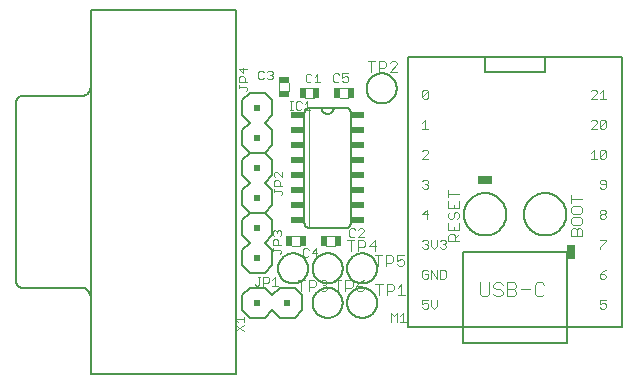
<source format=gto>
G75*
%MOIN*%
%OFA0B0*%
%FSLAX25Y25*%
%IPPOS*%
%LPD*%
%AMOC8*
5,1,8,0,0,1.08239X$1,22.5*
%
%ADD10C,0.00400*%
%ADD11R,0.01969X0.03740*%
%ADD12C,0.00300*%
%ADD13R,0.03740X0.01969*%
%ADD14C,0.00600*%
%ADD15C,0.00200*%
%ADD16R,0.04500X0.02000*%
%ADD17C,0.00500*%
%ADD18R,0.05000X0.02500*%
%ADD19R,0.02500X0.05000*%
%ADD20C,0.00800*%
%ADD21R,0.02000X0.02000*%
D10*
X0093231Y0045150D02*
X0096034Y0045150D01*
X0096034Y0048501D02*
X0093231Y0048501D01*
X0104731Y0048450D02*
X0107534Y0048450D01*
X0111608Y0047146D02*
X0114010Y0047146D01*
X0112809Y0047146D02*
X0112809Y0043543D01*
X0115291Y0043543D02*
X0115291Y0047146D01*
X0117093Y0047146D01*
X0117693Y0046546D01*
X0117693Y0045345D01*
X0117093Y0044744D01*
X0115291Y0044744D01*
X0118974Y0045345D02*
X0120776Y0047146D01*
X0120776Y0043543D01*
X0120880Y0042056D02*
X0123282Y0042056D01*
X0122081Y0042056D02*
X0122081Y0038453D01*
X0124563Y0038453D02*
X0124563Y0042056D01*
X0126364Y0042056D01*
X0126965Y0041455D01*
X0126965Y0040254D01*
X0126364Y0039654D01*
X0124563Y0039654D01*
X0128246Y0040254D02*
X0128246Y0042056D01*
X0130648Y0042056D01*
X0130047Y0040855D02*
X0129447Y0040855D01*
X0128246Y0040254D01*
X0128246Y0039053D02*
X0128846Y0038453D01*
X0130047Y0038453D01*
X0130648Y0039053D01*
X0130648Y0040254D01*
X0130047Y0040855D01*
X0121376Y0045345D02*
X0118974Y0045345D01*
X0107534Y0045099D02*
X0104731Y0045099D01*
X0104307Y0033950D02*
X0103106Y0033950D01*
X0102506Y0033349D01*
X0101225Y0033349D02*
X0101225Y0032148D01*
X0100624Y0031547D01*
X0098823Y0031547D01*
X0098823Y0030346D02*
X0098823Y0033950D01*
X0100624Y0033950D01*
X0101225Y0033349D01*
X0103707Y0032148D02*
X0104307Y0032148D01*
X0104908Y0031547D01*
X0104908Y0030947D01*
X0104307Y0030346D01*
X0103106Y0030346D01*
X0102506Y0030947D01*
X0104307Y0032148D02*
X0104908Y0032748D01*
X0104908Y0033349D01*
X0104307Y0033950D01*
X0107352Y0033745D02*
X0109754Y0033745D01*
X0108553Y0033745D02*
X0108553Y0030142D01*
X0111035Y0030142D02*
X0111035Y0033745D01*
X0112837Y0033745D01*
X0113437Y0033144D01*
X0113437Y0031943D01*
X0112837Y0031343D01*
X0111035Y0031343D01*
X0114718Y0031943D02*
X0115919Y0033144D01*
X0117120Y0033745D01*
X0116520Y0031943D02*
X0114718Y0031943D01*
X0114718Y0030742D01*
X0115319Y0030142D01*
X0116520Y0030142D01*
X0117120Y0030742D01*
X0117120Y0031343D01*
X0116520Y0031943D01*
X0121096Y0032532D02*
X0123498Y0032532D01*
X0122297Y0032532D02*
X0122297Y0028929D01*
X0124779Y0028929D02*
X0124779Y0032532D01*
X0126581Y0032532D01*
X0127181Y0031932D01*
X0127181Y0030731D01*
X0126581Y0030130D01*
X0124779Y0030130D01*
X0128462Y0028929D02*
X0130864Y0028929D01*
X0129663Y0028929D02*
X0129663Y0032532D01*
X0128462Y0031331D01*
X0155822Y0033104D02*
X0155822Y0029267D01*
X0156590Y0028500D01*
X0158124Y0028500D01*
X0158892Y0029267D01*
X0158892Y0033104D01*
X0160426Y0032337D02*
X0160426Y0031569D01*
X0161194Y0030802D01*
X0162728Y0030802D01*
X0163496Y0030035D01*
X0163496Y0029267D01*
X0162728Y0028500D01*
X0161194Y0028500D01*
X0160426Y0029267D01*
X0160426Y0032337D02*
X0161194Y0033104D01*
X0162728Y0033104D01*
X0163496Y0032337D01*
X0165030Y0033104D02*
X0167332Y0033104D01*
X0168100Y0032337D01*
X0168100Y0031569D01*
X0167332Y0030802D01*
X0165030Y0030802D01*
X0167332Y0030802D02*
X0168100Y0030035D01*
X0168100Y0029267D01*
X0167332Y0028500D01*
X0165030Y0028500D01*
X0165030Y0033104D01*
X0169634Y0030802D02*
X0172704Y0030802D01*
X0174238Y0032337D02*
X0174238Y0029267D01*
X0175005Y0028500D01*
X0176540Y0028500D01*
X0177307Y0029267D01*
X0177307Y0032337D02*
X0176540Y0033104D01*
X0175005Y0033104D01*
X0174238Y0032337D01*
X0097541Y0033950D02*
X0095139Y0033950D01*
X0096340Y0033950D02*
X0096340Y0030346D01*
X0097731Y0094650D02*
X0100534Y0094650D01*
X0100534Y0098001D02*
X0097731Y0098001D01*
X0092282Y0096898D02*
X0092282Y0099702D01*
X0088931Y0099702D02*
X0088931Y0096898D01*
X0109231Y0097950D02*
X0112034Y0097950D01*
X0112034Y0094599D02*
X0109231Y0094599D01*
X0119671Y0103339D02*
X0119671Y0106942D01*
X0118470Y0106942D02*
X0120872Y0106942D01*
X0122153Y0106942D02*
X0123955Y0106942D01*
X0124555Y0106341D01*
X0124555Y0105140D01*
X0123955Y0104540D01*
X0122153Y0104540D01*
X0122153Y0103339D02*
X0122153Y0106942D01*
X0125836Y0106341D02*
X0126437Y0106942D01*
X0127638Y0106942D01*
X0128238Y0106341D01*
X0128238Y0105741D01*
X0125836Y0103339D01*
X0128238Y0103339D01*
D11*
X0112948Y0096280D03*
X0108348Y0096280D03*
X0101417Y0096320D03*
X0096817Y0096320D03*
X0096917Y0046820D03*
X0092317Y0046820D03*
X0103848Y0046780D03*
X0108448Y0046780D03*
D12*
X0112345Y0048713D02*
X0112829Y0048230D01*
X0113797Y0048230D01*
X0114280Y0048713D01*
X0115292Y0048230D02*
X0117227Y0050165D01*
X0117227Y0050648D01*
X0116743Y0051132D01*
X0115776Y0051132D01*
X0115292Y0050648D01*
X0114280Y0050648D02*
X0113797Y0051132D01*
X0112829Y0051132D01*
X0112345Y0050648D01*
X0112345Y0048713D01*
X0115292Y0048230D02*
X0117227Y0048230D01*
X0101750Y0043027D02*
X0099815Y0043027D01*
X0101267Y0044478D01*
X0101267Y0041576D01*
X0098804Y0042060D02*
X0098320Y0041576D01*
X0097353Y0041576D01*
X0096869Y0042060D01*
X0096869Y0043995D01*
X0097353Y0044478D01*
X0098320Y0044478D01*
X0098804Y0043995D01*
X0089701Y0043547D02*
X0089217Y0044031D01*
X0086799Y0044031D01*
X0086799Y0043547D02*
X0086799Y0044515D01*
X0086799Y0045526D02*
X0086799Y0046977D01*
X0087282Y0047461D01*
X0088250Y0047461D01*
X0088734Y0046977D01*
X0088734Y0045526D01*
X0089701Y0045526D02*
X0086799Y0045526D01*
X0089701Y0043547D02*
X0089701Y0043063D01*
X0089217Y0042580D01*
X0089217Y0048473D02*
X0089701Y0048957D01*
X0089701Y0049924D01*
X0089217Y0050408D01*
X0088734Y0050408D01*
X0088250Y0049924D01*
X0088250Y0049440D01*
X0088250Y0049924D02*
X0087766Y0050408D01*
X0087282Y0050408D01*
X0086799Y0049924D01*
X0086799Y0048957D01*
X0087282Y0048473D01*
X0087674Y0034871D02*
X0087674Y0031969D01*
X0088641Y0031969D02*
X0086706Y0031969D01*
X0085694Y0033420D02*
X0085211Y0032936D01*
X0083760Y0032936D01*
X0083760Y0031969D02*
X0083760Y0034871D01*
X0085211Y0034871D01*
X0085694Y0034388D01*
X0085694Y0033420D01*
X0086706Y0033904D02*
X0087674Y0034871D01*
X0082748Y0034871D02*
X0081780Y0034871D01*
X0082264Y0034871D02*
X0082264Y0032453D01*
X0081780Y0031969D01*
X0081297Y0031969D01*
X0080813Y0032453D01*
X0077167Y0021702D02*
X0077167Y0019767D01*
X0077167Y0020734D02*
X0074265Y0020734D01*
X0075232Y0019767D01*
X0074265Y0018755D02*
X0077167Y0016820D01*
X0077167Y0018755D02*
X0074265Y0016820D01*
X0126336Y0019950D02*
X0126336Y0022852D01*
X0127303Y0021885D01*
X0128271Y0022852D01*
X0128271Y0019950D01*
X0129282Y0019950D02*
X0131217Y0019950D01*
X0130250Y0019950D02*
X0130250Y0022852D01*
X0129282Y0021885D01*
X0136732Y0024834D02*
X0137216Y0024350D01*
X0138184Y0024350D01*
X0138667Y0024834D01*
X0138667Y0025801D01*
X0138184Y0026285D01*
X0137700Y0026285D01*
X0136732Y0025801D01*
X0136732Y0027252D01*
X0138667Y0027252D01*
X0139679Y0027252D02*
X0139679Y0025317D01*
X0140646Y0024350D01*
X0141614Y0025317D01*
X0141614Y0027252D01*
X0141614Y0034350D02*
X0141614Y0037252D01*
X0142625Y0037252D02*
X0144077Y0037252D01*
X0144560Y0036769D01*
X0144560Y0034834D01*
X0144077Y0034350D01*
X0142625Y0034350D01*
X0142625Y0037252D01*
X0139679Y0037252D02*
X0139679Y0034350D01*
X0138667Y0034834D02*
X0138667Y0035801D01*
X0137700Y0035801D01*
X0138667Y0034834D02*
X0138184Y0034350D01*
X0137216Y0034350D01*
X0136732Y0034834D01*
X0136732Y0036769D01*
X0137216Y0037252D01*
X0138184Y0037252D01*
X0138667Y0036769D01*
X0139679Y0037252D02*
X0141614Y0034350D01*
X0140646Y0044350D02*
X0139679Y0045317D01*
X0139679Y0047252D01*
X0138667Y0046769D02*
X0138184Y0047252D01*
X0137216Y0047252D01*
X0136732Y0046769D01*
X0137700Y0045801D02*
X0138184Y0045801D01*
X0138667Y0045317D01*
X0138667Y0044834D01*
X0138184Y0044350D01*
X0137216Y0044350D01*
X0136732Y0044834D01*
X0138184Y0045801D02*
X0138667Y0046285D01*
X0138667Y0046769D01*
X0141614Y0047252D02*
X0141614Y0045317D01*
X0140646Y0044350D01*
X0142625Y0044834D02*
X0143109Y0044350D01*
X0144077Y0044350D01*
X0144560Y0044834D01*
X0144560Y0045317D01*
X0144077Y0045801D01*
X0143593Y0045801D01*
X0144077Y0045801D02*
X0144560Y0046285D01*
X0144560Y0046769D01*
X0144077Y0047252D01*
X0143109Y0047252D01*
X0142625Y0046769D01*
X0145279Y0046742D02*
X0145279Y0048594D01*
X0145896Y0049211D01*
X0147131Y0049211D01*
X0147748Y0048594D01*
X0147748Y0046742D01*
X0148982Y0046742D02*
X0145279Y0046742D01*
X0147748Y0047977D02*
X0148982Y0049211D01*
X0148982Y0050425D02*
X0148982Y0052894D01*
X0148365Y0054108D02*
X0148982Y0054726D01*
X0148982Y0055960D01*
X0148365Y0056577D01*
X0147748Y0056577D01*
X0147131Y0055960D01*
X0147131Y0054726D01*
X0146514Y0054108D01*
X0145896Y0054108D01*
X0145279Y0054726D01*
X0145279Y0055960D01*
X0145896Y0056577D01*
X0145279Y0057792D02*
X0148982Y0057792D01*
X0148982Y0060260D01*
X0147131Y0059026D02*
X0147131Y0057792D01*
X0145279Y0057792D02*
X0145279Y0060260D01*
X0145279Y0061475D02*
X0145279Y0063943D01*
X0145279Y0062709D02*
X0148982Y0062709D01*
X0138667Y0064834D02*
X0138184Y0064350D01*
X0137216Y0064350D01*
X0136732Y0064834D01*
X0137700Y0065801D02*
X0138184Y0065801D01*
X0138667Y0065317D01*
X0138667Y0064834D01*
X0138184Y0065801D02*
X0138667Y0066285D01*
X0138667Y0066769D01*
X0138184Y0067252D01*
X0137216Y0067252D01*
X0136732Y0066769D01*
X0136732Y0074350D02*
X0138667Y0076285D01*
X0138667Y0076769D01*
X0138184Y0077252D01*
X0137216Y0077252D01*
X0136732Y0076769D01*
X0136732Y0074350D02*
X0138667Y0074350D01*
X0138667Y0084350D02*
X0136732Y0084350D01*
X0137700Y0084350D02*
X0137700Y0087252D01*
X0136732Y0086285D01*
X0137216Y0094350D02*
X0136732Y0094834D01*
X0138667Y0096769D01*
X0138667Y0094834D01*
X0138184Y0094350D01*
X0137216Y0094350D01*
X0136732Y0094834D02*
X0136732Y0096769D01*
X0137216Y0097252D01*
X0138184Y0097252D01*
X0138667Y0096769D01*
X0111939Y0100363D02*
X0111456Y0099879D01*
X0110488Y0099879D01*
X0110004Y0100363D01*
X0110004Y0101330D02*
X0110972Y0101814D01*
X0111456Y0101814D01*
X0111939Y0101330D01*
X0111939Y0100363D01*
X0110004Y0101330D02*
X0110004Y0102782D01*
X0111939Y0102782D01*
X0108993Y0102298D02*
X0108509Y0102782D01*
X0107542Y0102782D01*
X0107058Y0102298D01*
X0107058Y0100363D01*
X0107542Y0099879D01*
X0108509Y0099879D01*
X0108993Y0100363D01*
X0102707Y0099737D02*
X0100772Y0099737D01*
X0101740Y0099737D02*
X0101740Y0102640D01*
X0100772Y0101672D01*
X0099761Y0102156D02*
X0099277Y0102640D01*
X0098309Y0102640D01*
X0097826Y0102156D01*
X0097826Y0100221D01*
X0098309Y0099737D01*
X0099277Y0099737D01*
X0099761Y0100221D01*
X0098436Y0093490D02*
X0097469Y0092523D01*
X0096457Y0093007D02*
X0095973Y0093490D01*
X0095006Y0093490D01*
X0094522Y0093007D01*
X0094522Y0091072D01*
X0095006Y0090588D01*
X0095973Y0090588D01*
X0096457Y0091072D01*
X0097469Y0090588D02*
X0099404Y0090588D01*
X0098436Y0090588D02*
X0098436Y0093490D01*
X0093525Y0093490D02*
X0092558Y0093490D01*
X0093042Y0093490D02*
X0093042Y0090588D01*
X0093525Y0090588D02*
X0092558Y0090588D01*
X0078432Y0097319D02*
X0078432Y0097803D01*
X0077948Y0098286D01*
X0075529Y0098286D01*
X0075529Y0097803D02*
X0075529Y0098770D01*
X0075529Y0099782D02*
X0075529Y0101233D01*
X0076013Y0101717D01*
X0076981Y0101717D01*
X0077464Y0101233D01*
X0077464Y0099782D01*
X0078432Y0099782D02*
X0075529Y0099782D01*
X0078432Y0097319D02*
X0077948Y0096835D01*
X0081971Y0101245D02*
X0082455Y0100761D01*
X0083422Y0100761D01*
X0083906Y0101245D01*
X0084918Y0101245D02*
X0085402Y0100761D01*
X0086369Y0100761D01*
X0086853Y0101245D01*
X0086853Y0101729D01*
X0086369Y0102212D01*
X0085885Y0102212D01*
X0086369Y0102212D02*
X0086853Y0102696D01*
X0086853Y0103180D01*
X0086369Y0103663D01*
X0085402Y0103663D01*
X0084918Y0103180D01*
X0083906Y0103180D02*
X0083422Y0103663D01*
X0082455Y0103663D01*
X0081971Y0103180D01*
X0081971Y0101245D01*
X0076981Y0102728D02*
X0076981Y0104663D01*
X0078432Y0104179D02*
X0075529Y0104179D01*
X0076981Y0102728D01*
X0087676Y0070014D02*
X0087192Y0069530D01*
X0087192Y0068563D01*
X0087676Y0068079D01*
X0087676Y0067068D02*
X0088644Y0067068D01*
X0089127Y0066584D01*
X0089127Y0065133D01*
X0090095Y0065133D02*
X0087192Y0065133D01*
X0087192Y0066584D01*
X0087676Y0067068D01*
X0090095Y0068079D02*
X0088160Y0070014D01*
X0087676Y0070014D01*
X0090095Y0070014D02*
X0090095Y0068079D01*
X0089611Y0063637D02*
X0087192Y0063637D01*
X0087192Y0063154D02*
X0087192Y0064121D01*
X0089611Y0063637D02*
X0090095Y0063154D01*
X0090095Y0062670D01*
X0089611Y0062186D01*
X0136732Y0055801D02*
X0138667Y0055801D01*
X0138184Y0054350D02*
X0138184Y0057252D01*
X0136732Y0055801D01*
X0145279Y0052894D02*
X0145279Y0050425D01*
X0148982Y0050425D01*
X0147131Y0050425D02*
X0147131Y0051660D01*
X0186279Y0052884D02*
X0186896Y0052267D01*
X0189365Y0052267D01*
X0189982Y0052884D01*
X0189982Y0054118D01*
X0189365Y0054736D01*
X0186896Y0054736D01*
X0186279Y0054118D01*
X0186279Y0052884D01*
X0186896Y0051052D02*
X0187514Y0051052D01*
X0188131Y0050435D01*
X0188131Y0048584D01*
X0188131Y0050435D02*
X0188748Y0051052D01*
X0189365Y0051052D01*
X0189982Y0050435D01*
X0189982Y0048584D01*
X0186279Y0048584D01*
X0186279Y0050435D01*
X0186896Y0051052D01*
X0186896Y0055950D02*
X0186279Y0056567D01*
X0186279Y0057802D01*
X0186896Y0058419D01*
X0189365Y0058419D01*
X0189982Y0057802D01*
X0189982Y0056567D01*
X0189365Y0055950D01*
X0186896Y0055950D01*
X0186279Y0059633D02*
X0186279Y0062102D01*
X0186279Y0060868D02*
X0189982Y0060868D01*
X0195886Y0064834D02*
X0196370Y0064350D01*
X0197337Y0064350D01*
X0197821Y0064834D01*
X0197821Y0066769D01*
X0197337Y0067252D01*
X0196370Y0067252D01*
X0195886Y0066769D01*
X0195886Y0066285D01*
X0196370Y0065801D01*
X0197821Y0065801D01*
X0197337Y0057252D02*
X0197821Y0056769D01*
X0197821Y0056285D01*
X0197337Y0055801D01*
X0196370Y0055801D01*
X0195886Y0056285D01*
X0195886Y0056769D01*
X0196370Y0057252D01*
X0197337Y0057252D01*
X0197337Y0055801D02*
X0197821Y0055317D01*
X0197821Y0054834D01*
X0197337Y0054350D01*
X0196370Y0054350D01*
X0195886Y0054834D01*
X0195886Y0055317D01*
X0196370Y0055801D01*
X0195886Y0047252D02*
X0197821Y0047252D01*
X0197821Y0046769D01*
X0195886Y0044834D01*
X0195886Y0044350D01*
X0197821Y0037252D02*
X0196853Y0036769D01*
X0195886Y0035801D01*
X0197337Y0035801D01*
X0197821Y0035317D01*
X0197821Y0034834D01*
X0197337Y0034350D01*
X0196370Y0034350D01*
X0195886Y0034834D01*
X0195886Y0035801D01*
X0195886Y0027252D02*
X0195886Y0025801D01*
X0196853Y0026285D01*
X0197337Y0026285D01*
X0197821Y0025801D01*
X0197821Y0024834D01*
X0197337Y0024350D01*
X0196370Y0024350D01*
X0195886Y0024834D01*
X0195886Y0027252D02*
X0197821Y0027252D01*
X0197337Y0074350D02*
X0196370Y0074350D01*
X0195886Y0074834D01*
X0197821Y0076769D01*
X0197821Y0074834D01*
X0197337Y0074350D01*
X0195886Y0074834D02*
X0195886Y0076769D01*
X0196370Y0077252D01*
X0197337Y0077252D01*
X0197821Y0076769D01*
X0194874Y0074350D02*
X0192939Y0074350D01*
X0193907Y0074350D02*
X0193907Y0077252D01*
X0192939Y0076285D01*
X0192939Y0084350D02*
X0194874Y0086285D01*
X0194874Y0086769D01*
X0194390Y0087252D01*
X0193423Y0087252D01*
X0192939Y0086769D01*
X0192939Y0084350D02*
X0194874Y0084350D01*
X0195886Y0084834D02*
X0197821Y0086769D01*
X0197821Y0084834D01*
X0197337Y0084350D01*
X0196370Y0084350D01*
X0195886Y0084834D01*
X0195886Y0086769D01*
X0196370Y0087252D01*
X0197337Y0087252D01*
X0197821Y0086769D01*
X0197821Y0094350D02*
X0195886Y0094350D01*
X0196853Y0094350D02*
X0196853Y0097252D01*
X0195886Y0096285D01*
X0194874Y0096285D02*
X0194874Y0096769D01*
X0194390Y0097252D01*
X0193423Y0097252D01*
X0192939Y0096769D01*
X0194874Y0096285D02*
X0192939Y0094350D01*
X0194874Y0094350D01*
D13*
X0090612Y0095984D03*
X0090612Y0100584D03*
D14*
X0098932Y0091300D02*
X0103132Y0091300D01*
X0107132Y0091300D01*
X0111332Y0091300D01*
X0111408Y0091298D01*
X0111484Y0091292D01*
X0111559Y0091283D01*
X0111634Y0091269D01*
X0111708Y0091252D01*
X0111781Y0091231D01*
X0111853Y0091207D01*
X0111924Y0091178D01*
X0111993Y0091147D01*
X0112060Y0091112D01*
X0112125Y0091073D01*
X0112189Y0091031D01*
X0112250Y0090986D01*
X0112309Y0090938D01*
X0112365Y0090887D01*
X0112419Y0090833D01*
X0112470Y0090777D01*
X0112518Y0090718D01*
X0112563Y0090657D01*
X0112605Y0090593D01*
X0112644Y0090528D01*
X0112679Y0090461D01*
X0112710Y0090392D01*
X0112739Y0090321D01*
X0112763Y0090249D01*
X0112784Y0090176D01*
X0112801Y0090102D01*
X0112815Y0090027D01*
X0112824Y0089952D01*
X0112830Y0089876D01*
X0112832Y0089800D01*
X0112832Y0052800D01*
X0112830Y0052724D01*
X0112824Y0052648D01*
X0112815Y0052573D01*
X0112801Y0052498D01*
X0112784Y0052424D01*
X0112763Y0052351D01*
X0112739Y0052279D01*
X0112710Y0052208D01*
X0112679Y0052139D01*
X0112644Y0052072D01*
X0112605Y0052007D01*
X0112563Y0051943D01*
X0112518Y0051882D01*
X0112470Y0051823D01*
X0112419Y0051767D01*
X0112365Y0051713D01*
X0112309Y0051662D01*
X0112250Y0051614D01*
X0112189Y0051569D01*
X0112125Y0051527D01*
X0112060Y0051488D01*
X0111993Y0051453D01*
X0111924Y0051422D01*
X0111853Y0051393D01*
X0111781Y0051369D01*
X0111708Y0051348D01*
X0111634Y0051331D01*
X0111559Y0051317D01*
X0111484Y0051308D01*
X0111408Y0051302D01*
X0111332Y0051300D01*
X0098932Y0051300D01*
X0098856Y0051302D01*
X0098780Y0051308D01*
X0098705Y0051317D01*
X0098630Y0051331D01*
X0098556Y0051348D01*
X0098483Y0051369D01*
X0098411Y0051393D01*
X0098340Y0051422D01*
X0098271Y0051453D01*
X0098204Y0051488D01*
X0098139Y0051527D01*
X0098075Y0051569D01*
X0098014Y0051614D01*
X0097955Y0051662D01*
X0097899Y0051713D01*
X0097845Y0051767D01*
X0097794Y0051823D01*
X0097746Y0051882D01*
X0097701Y0051943D01*
X0097659Y0052007D01*
X0097620Y0052072D01*
X0097585Y0052139D01*
X0097554Y0052208D01*
X0097525Y0052279D01*
X0097501Y0052351D01*
X0097480Y0052424D01*
X0097463Y0052498D01*
X0097449Y0052573D01*
X0097440Y0052648D01*
X0097434Y0052724D01*
X0097432Y0052800D01*
X0097432Y0089800D01*
X0097434Y0089876D01*
X0097440Y0089952D01*
X0097449Y0090027D01*
X0097463Y0090102D01*
X0097480Y0090176D01*
X0097501Y0090249D01*
X0097525Y0090321D01*
X0097554Y0090392D01*
X0097585Y0090461D01*
X0097620Y0090528D01*
X0097659Y0090593D01*
X0097701Y0090657D01*
X0097746Y0090718D01*
X0097794Y0090777D01*
X0097845Y0090833D01*
X0097899Y0090887D01*
X0097955Y0090938D01*
X0098014Y0090986D01*
X0098075Y0091031D01*
X0098139Y0091073D01*
X0098204Y0091112D01*
X0098271Y0091147D01*
X0098340Y0091178D01*
X0098411Y0091207D01*
X0098483Y0091231D01*
X0098556Y0091252D01*
X0098630Y0091269D01*
X0098705Y0091283D01*
X0098780Y0091292D01*
X0098856Y0091298D01*
X0098932Y0091300D01*
X0103132Y0091300D02*
X0103134Y0091212D01*
X0103140Y0091123D01*
X0103150Y0091035D01*
X0103163Y0090948D01*
X0103181Y0090861D01*
X0103202Y0090775D01*
X0103227Y0090690D01*
X0103256Y0090607D01*
X0103289Y0090524D01*
X0103325Y0090444D01*
X0103364Y0090365D01*
X0103407Y0090287D01*
X0103454Y0090212D01*
X0103504Y0090139D01*
X0103557Y0090068D01*
X0103613Y0089999D01*
X0103672Y0089933D01*
X0103734Y0089870D01*
X0103798Y0089810D01*
X0103865Y0089752D01*
X0103935Y0089698D01*
X0104007Y0089646D01*
X0104081Y0089598D01*
X0104158Y0089553D01*
X0104236Y0089512D01*
X0104316Y0089474D01*
X0104397Y0089440D01*
X0104480Y0089409D01*
X0104565Y0089382D01*
X0104650Y0089359D01*
X0104736Y0089340D01*
X0104824Y0089324D01*
X0104911Y0089312D01*
X0104999Y0089304D01*
X0105088Y0089300D01*
X0105176Y0089300D01*
X0105265Y0089304D01*
X0105353Y0089312D01*
X0105440Y0089324D01*
X0105528Y0089340D01*
X0105614Y0089359D01*
X0105699Y0089382D01*
X0105784Y0089409D01*
X0105867Y0089440D01*
X0105948Y0089474D01*
X0106028Y0089512D01*
X0106106Y0089553D01*
X0106183Y0089598D01*
X0106257Y0089646D01*
X0106329Y0089698D01*
X0106399Y0089752D01*
X0106466Y0089810D01*
X0106530Y0089870D01*
X0106592Y0089933D01*
X0106651Y0089999D01*
X0106707Y0090068D01*
X0106760Y0090139D01*
X0106810Y0090212D01*
X0106857Y0090287D01*
X0106900Y0090365D01*
X0106939Y0090444D01*
X0106975Y0090524D01*
X0107008Y0090607D01*
X0107037Y0090690D01*
X0107062Y0090775D01*
X0107083Y0090861D01*
X0107101Y0090948D01*
X0107114Y0091035D01*
X0107124Y0091123D01*
X0107130Y0091212D01*
X0107132Y0091300D01*
D15*
X0098832Y0091300D02*
X0098832Y0051300D01*
D16*
X0095182Y0053800D03*
X0095182Y0058800D03*
X0095182Y0063800D03*
X0095182Y0068800D03*
X0095182Y0073800D03*
X0095282Y0078800D03*
X0095182Y0083800D03*
X0095182Y0088800D03*
X0115082Y0088800D03*
X0115082Y0083800D03*
X0115082Y0078800D03*
X0115082Y0073800D03*
X0115082Y0068800D03*
X0115082Y0063800D03*
X0115082Y0058800D03*
X0115082Y0053800D03*
D17*
X0111632Y0037800D02*
X0111634Y0037941D01*
X0111640Y0038082D01*
X0111650Y0038222D01*
X0111664Y0038362D01*
X0111682Y0038502D01*
X0111703Y0038641D01*
X0111729Y0038780D01*
X0111758Y0038918D01*
X0111792Y0039054D01*
X0111829Y0039190D01*
X0111870Y0039325D01*
X0111915Y0039459D01*
X0111964Y0039591D01*
X0112016Y0039722D01*
X0112072Y0039851D01*
X0112132Y0039978D01*
X0112195Y0040104D01*
X0112261Y0040228D01*
X0112332Y0040351D01*
X0112405Y0040471D01*
X0112482Y0040589D01*
X0112562Y0040705D01*
X0112646Y0040818D01*
X0112732Y0040929D01*
X0112822Y0041038D01*
X0112915Y0041144D01*
X0113010Y0041247D01*
X0113109Y0041348D01*
X0113210Y0041446D01*
X0113314Y0041541D01*
X0113421Y0041633D01*
X0113530Y0041722D01*
X0113642Y0041807D01*
X0113756Y0041890D01*
X0113872Y0041970D01*
X0113991Y0042046D01*
X0114112Y0042118D01*
X0114234Y0042188D01*
X0114359Y0042253D01*
X0114485Y0042316D01*
X0114613Y0042374D01*
X0114743Y0042429D01*
X0114874Y0042481D01*
X0115007Y0042528D01*
X0115141Y0042572D01*
X0115276Y0042613D01*
X0115412Y0042649D01*
X0115549Y0042681D01*
X0115687Y0042710D01*
X0115825Y0042735D01*
X0115965Y0042755D01*
X0116105Y0042772D01*
X0116245Y0042785D01*
X0116386Y0042794D01*
X0116526Y0042799D01*
X0116667Y0042800D01*
X0116808Y0042797D01*
X0116949Y0042790D01*
X0117089Y0042779D01*
X0117229Y0042764D01*
X0117369Y0042745D01*
X0117508Y0042723D01*
X0117646Y0042696D01*
X0117784Y0042666D01*
X0117920Y0042631D01*
X0118056Y0042593D01*
X0118190Y0042551D01*
X0118324Y0042505D01*
X0118456Y0042456D01*
X0118586Y0042402D01*
X0118715Y0042345D01*
X0118842Y0042285D01*
X0118968Y0042221D01*
X0119091Y0042153D01*
X0119213Y0042082D01*
X0119333Y0042008D01*
X0119450Y0041930D01*
X0119565Y0041849D01*
X0119678Y0041765D01*
X0119789Y0041678D01*
X0119897Y0041587D01*
X0120002Y0041494D01*
X0120105Y0041397D01*
X0120205Y0041298D01*
X0120302Y0041196D01*
X0120396Y0041091D01*
X0120487Y0040984D01*
X0120575Y0040874D01*
X0120660Y0040762D01*
X0120742Y0040647D01*
X0120821Y0040530D01*
X0120896Y0040411D01*
X0120968Y0040290D01*
X0121036Y0040167D01*
X0121101Y0040042D01*
X0121163Y0039915D01*
X0121220Y0039786D01*
X0121275Y0039656D01*
X0121325Y0039525D01*
X0121372Y0039392D01*
X0121415Y0039258D01*
X0121454Y0039122D01*
X0121489Y0038986D01*
X0121521Y0038849D01*
X0121548Y0038711D01*
X0121572Y0038572D01*
X0121592Y0038432D01*
X0121608Y0038292D01*
X0121620Y0038152D01*
X0121628Y0038011D01*
X0121632Y0037870D01*
X0121632Y0037730D01*
X0121628Y0037589D01*
X0121620Y0037448D01*
X0121608Y0037308D01*
X0121592Y0037168D01*
X0121572Y0037028D01*
X0121548Y0036889D01*
X0121521Y0036751D01*
X0121489Y0036614D01*
X0121454Y0036478D01*
X0121415Y0036342D01*
X0121372Y0036208D01*
X0121325Y0036075D01*
X0121275Y0035944D01*
X0121220Y0035814D01*
X0121163Y0035685D01*
X0121101Y0035558D01*
X0121036Y0035433D01*
X0120968Y0035310D01*
X0120896Y0035189D01*
X0120821Y0035070D01*
X0120742Y0034953D01*
X0120660Y0034838D01*
X0120575Y0034726D01*
X0120487Y0034616D01*
X0120396Y0034509D01*
X0120302Y0034404D01*
X0120205Y0034302D01*
X0120105Y0034203D01*
X0120002Y0034106D01*
X0119897Y0034013D01*
X0119789Y0033922D01*
X0119678Y0033835D01*
X0119565Y0033751D01*
X0119450Y0033670D01*
X0119333Y0033592D01*
X0119213Y0033518D01*
X0119091Y0033447D01*
X0118968Y0033379D01*
X0118842Y0033315D01*
X0118715Y0033255D01*
X0118586Y0033198D01*
X0118456Y0033144D01*
X0118324Y0033095D01*
X0118190Y0033049D01*
X0118056Y0033007D01*
X0117920Y0032969D01*
X0117784Y0032934D01*
X0117646Y0032904D01*
X0117508Y0032877D01*
X0117369Y0032855D01*
X0117229Y0032836D01*
X0117089Y0032821D01*
X0116949Y0032810D01*
X0116808Y0032803D01*
X0116667Y0032800D01*
X0116526Y0032801D01*
X0116386Y0032806D01*
X0116245Y0032815D01*
X0116105Y0032828D01*
X0115965Y0032845D01*
X0115825Y0032865D01*
X0115687Y0032890D01*
X0115549Y0032919D01*
X0115412Y0032951D01*
X0115276Y0032987D01*
X0115141Y0033028D01*
X0115007Y0033072D01*
X0114874Y0033119D01*
X0114743Y0033171D01*
X0114613Y0033226D01*
X0114485Y0033284D01*
X0114359Y0033347D01*
X0114234Y0033412D01*
X0114112Y0033482D01*
X0113991Y0033554D01*
X0113872Y0033630D01*
X0113756Y0033710D01*
X0113642Y0033793D01*
X0113530Y0033878D01*
X0113421Y0033967D01*
X0113314Y0034059D01*
X0113210Y0034154D01*
X0113109Y0034252D01*
X0113010Y0034353D01*
X0112915Y0034456D01*
X0112822Y0034562D01*
X0112732Y0034671D01*
X0112646Y0034782D01*
X0112562Y0034895D01*
X0112482Y0035011D01*
X0112405Y0035129D01*
X0112332Y0035249D01*
X0112261Y0035372D01*
X0112195Y0035496D01*
X0112132Y0035622D01*
X0112072Y0035749D01*
X0112016Y0035878D01*
X0111964Y0036009D01*
X0111915Y0036141D01*
X0111870Y0036275D01*
X0111829Y0036410D01*
X0111792Y0036546D01*
X0111758Y0036682D01*
X0111729Y0036820D01*
X0111703Y0036959D01*
X0111682Y0037098D01*
X0111664Y0037238D01*
X0111650Y0037378D01*
X0111640Y0037518D01*
X0111634Y0037659D01*
X0111632Y0037800D01*
X0100132Y0037800D02*
X0100134Y0037941D01*
X0100140Y0038082D01*
X0100150Y0038222D01*
X0100164Y0038362D01*
X0100182Y0038502D01*
X0100203Y0038641D01*
X0100229Y0038780D01*
X0100258Y0038918D01*
X0100292Y0039054D01*
X0100329Y0039190D01*
X0100370Y0039325D01*
X0100415Y0039459D01*
X0100464Y0039591D01*
X0100516Y0039722D01*
X0100572Y0039851D01*
X0100632Y0039978D01*
X0100695Y0040104D01*
X0100761Y0040228D01*
X0100832Y0040351D01*
X0100905Y0040471D01*
X0100982Y0040589D01*
X0101062Y0040705D01*
X0101146Y0040818D01*
X0101232Y0040929D01*
X0101322Y0041038D01*
X0101415Y0041144D01*
X0101510Y0041247D01*
X0101609Y0041348D01*
X0101710Y0041446D01*
X0101814Y0041541D01*
X0101921Y0041633D01*
X0102030Y0041722D01*
X0102142Y0041807D01*
X0102256Y0041890D01*
X0102372Y0041970D01*
X0102491Y0042046D01*
X0102612Y0042118D01*
X0102734Y0042188D01*
X0102859Y0042253D01*
X0102985Y0042316D01*
X0103113Y0042374D01*
X0103243Y0042429D01*
X0103374Y0042481D01*
X0103507Y0042528D01*
X0103641Y0042572D01*
X0103776Y0042613D01*
X0103912Y0042649D01*
X0104049Y0042681D01*
X0104187Y0042710D01*
X0104325Y0042735D01*
X0104465Y0042755D01*
X0104605Y0042772D01*
X0104745Y0042785D01*
X0104886Y0042794D01*
X0105026Y0042799D01*
X0105167Y0042800D01*
X0105308Y0042797D01*
X0105449Y0042790D01*
X0105589Y0042779D01*
X0105729Y0042764D01*
X0105869Y0042745D01*
X0106008Y0042723D01*
X0106146Y0042696D01*
X0106284Y0042666D01*
X0106420Y0042631D01*
X0106556Y0042593D01*
X0106690Y0042551D01*
X0106824Y0042505D01*
X0106956Y0042456D01*
X0107086Y0042402D01*
X0107215Y0042345D01*
X0107342Y0042285D01*
X0107468Y0042221D01*
X0107591Y0042153D01*
X0107713Y0042082D01*
X0107833Y0042008D01*
X0107950Y0041930D01*
X0108065Y0041849D01*
X0108178Y0041765D01*
X0108289Y0041678D01*
X0108397Y0041587D01*
X0108502Y0041494D01*
X0108605Y0041397D01*
X0108705Y0041298D01*
X0108802Y0041196D01*
X0108896Y0041091D01*
X0108987Y0040984D01*
X0109075Y0040874D01*
X0109160Y0040762D01*
X0109242Y0040647D01*
X0109321Y0040530D01*
X0109396Y0040411D01*
X0109468Y0040290D01*
X0109536Y0040167D01*
X0109601Y0040042D01*
X0109663Y0039915D01*
X0109720Y0039786D01*
X0109775Y0039656D01*
X0109825Y0039525D01*
X0109872Y0039392D01*
X0109915Y0039258D01*
X0109954Y0039122D01*
X0109989Y0038986D01*
X0110021Y0038849D01*
X0110048Y0038711D01*
X0110072Y0038572D01*
X0110092Y0038432D01*
X0110108Y0038292D01*
X0110120Y0038152D01*
X0110128Y0038011D01*
X0110132Y0037870D01*
X0110132Y0037730D01*
X0110128Y0037589D01*
X0110120Y0037448D01*
X0110108Y0037308D01*
X0110092Y0037168D01*
X0110072Y0037028D01*
X0110048Y0036889D01*
X0110021Y0036751D01*
X0109989Y0036614D01*
X0109954Y0036478D01*
X0109915Y0036342D01*
X0109872Y0036208D01*
X0109825Y0036075D01*
X0109775Y0035944D01*
X0109720Y0035814D01*
X0109663Y0035685D01*
X0109601Y0035558D01*
X0109536Y0035433D01*
X0109468Y0035310D01*
X0109396Y0035189D01*
X0109321Y0035070D01*
X0109242Y0034953D01*
X0109160Y0034838D01*
X0109075Y0034726D01*
X0108987Y0034616D01*
X0108896Y0034509D01*
X0108802Y0034404D01*
X0108705Y0034302D01*
X0108605Y0034203D01*
X0108502Y0034106D01*
X0108397Y0034013D01*
X0108289Y0033922D01*
X0108178Y0033835D01*
X0108065Y0033751D01*
X0107950Y0033670D01*
X0107833Y0033592D01*
X0107713Y0033518D01*
X0107591Y0033447D01*
X0107468Y0033379D01*
X0107342Y0033315D01*
X0107215Y0033255D01*
X0107086Y0033198D01*
X0106956Y0033144D01*
X0106824Y0033095D01*
X0106690Y0033049D01*
X0106556Y0033007D01*
X0106420Y0032969D01*
X0106284Y0032934D01*
X0106146Y0032904D01*
X0106008Y0032877D01*
X0105869Y0032855D01*
X0105729Y0032836D01*
X0105589Y0032821D01*
X0105449Y0032810D01*
X0105308Y0032803D01*
X0105167Y0032800D01*
X0105026Y0032801D01*
X0104886Y0032806D01*
X0104745Y0032815D01*
X0104605Y0032828D01*
X0104465Y0032845D01*
X0104325Y0032865D01*
X0104187Y0032890D01*
X0104049Y0032919D01*
X0103912Y0032951D01*
X0103776Y0032987D01*
X0103641Y0033028D01*
X0103507Y0033072D01*
X0103374Y0033119D01*
X0103243Y0033171D01*
X0103113Y0033226D01*
X0102985Y0033284D01*
X0102859Y0033347D01*
X0102734Y0033412D01*
X0102612Y0033482D01*
X0102491Y0033554D01*
X0102372Y0033630D01*
X0102256Y0033710D01*
X0102142Y0033793D01*
X0102030Y0033878D01*
X0101921Y0033967D01*
X0101814Y0034059D01*
X0101710Y0034154D01*
X0101609Y0034252D01*
X0101510Y0034353D01*
X0101415Y0034456D01*
X0101322Y0034562D01*
X0101232Y0034671D01*
X0101146Y0034782D01*
X0101062Y0034895D01*
X0100982Y0035011D01*
X0100905Y0035129D01*
X0100832Y0035249D01*
X0100761Y0035372D01*
X0100695Y0035496D01*
X0100632Y0035622D01*
X0100572Y0035749D01*
X0100516Y0035878D01*
X0100464Y0036009D01*
X0100415Y0036141D01*
X0100370Y0036275D01*
X0100329Y0036410D01*
X0100292Y0036546D01*
X0100258Y0036682D01*
X0100229Y0036820D01*
X0100203Y0036959D01*
X0100182Y0037098D01*
X0100164Y0037238D01*
X0100150Y0037378D01*
X0100140Y0037518D01*
X0100134Y0037659D01*
X0100132Y0037800D01*
X0088632Y0037800D02*
X0088634Y0037941D01*
X0088640Y0038082D01*
X0088650Y0038222D01*
X0088664Y0038362D01*
X0088682Y0038502D01*
X0088703Y0038641D01*
X0088729Y0038780D01*
X0088758Y0038918D01*
X0088792Y0039054D01*
X0088829Y0039190D01*
X0088870Y0039325D01*
X0088915Y0039459D01*
X0088964Y0039591D01*
X0089016Y0039722D01*
X0089072Y0039851D01*
X0089132Y0039978D01*
X0089195Y0040104D01*
X0089261Y0040228D01*
X0089332Y0040351D01*
X0089405Y0040471D01*
X0089482Y0040589D01*
X0089562Y0040705D01*
X0089646Y0040818D01*
X0089732Y0040929D01*
X0089822Y0041038D01*
X0089915Y0041144D01*
X0090010Y0041247D01*
X0090109Y0041348D01*
X0090210Y0041446D01*
X0090314Y0041541D01*
X0090421Y0041633D01*
X0090530Y0041722D01*
X0090642Y0041807D01*
X0090756Y0041890D01*
X0090872Y0041970D01*
X0090991Y0042046D01*
X0091112Y0042118D01*
X0091234Y0042188D01*
X0091359Y0042253D01*
X0091485Y0042316D01*
X0091613Y0042374D01*
X0091743Y0042429D01*
X0091874Y0042481D01*
X0092007Y0042528D01*
X0092141Y0042572D01*
X0092276Y0042613D01*
X0092412Y0042649D01*
X0092549Y0042681D01*
X0092687Y0042710D01*
X0092825Y0042735D01*
X0092965Y0042755D01*
X0093105Y0042772D01*
X0093245Y0042785D01*
X0093386Y0042794D01*
X0093526Y0042799D01*
X0093667Y0042800D01*
X0093808Y0042797D01*
X0093949Y0042790D01*
X0094089Y0042779D01*
X0094229Y0042764D01*
X0094369Y0042745D01*
X0094508Y0042723D01*
X0094646Y0042696D01*
X0094784Y0042666D01*
X0094920Y0042631D01*
X0095056Y0042593D01*
X0095190Y0042551D01*
X0095324Y0042505D01*
X0095456Y0042456D01*
X0095586Y0042402D01*
X0095715Y0042345D01*
X0095842Y0042285D01*
X0095968Y0042221D01*
X0096091Y0042153D01*
X0096213Y0042082D01*
X0096333Y0042008D01*
X0096450Y0041930D01*
X0096565Y0041849D01*
X0096678Y0041765D01*
X0096789Y0041678D01*
X0096897Y0041587D01*
X0097002Y0041494D01*
X0097105Y0041397D01*
X0097205Y0041298D01*
X0097302Y0041196D01*
X0097396Y0041091D01*
X0097487Y0040984D01*
X0097575Y0040874D01*
X0097660Y0040762D01*
X0097742Y0040647D01*
X0097821Y0040530D01*
X0097896Y0040411D01*
X0097968Y0040290D01*
X0098036Y0040167D01*
X0098101Y0040042D01*
X0098163Y0039915D01*
X0098220Y0039786D01*
X0098275Y0039656D01*
X0098325Y0039525D01*
X0098372Y0039392D01*
X0098415Y0039258D01*
X0098454Y0039122D01*
X0098489Y0038986D01*
X0098521Y0038849D01*
X0098548Y0038711D01*
X0098572Y0038572D01*
X0098592Y0038432D01*
X0098608Y0038292D01*
X0098620Y0038152D01*
X0098628Y0038011D01*
X0098632Y0037870D01*
X0098632Y0037730D01*
X0098628Y0037589D01*
X0098620Y0037448D01*
X0098608Y0037308D01*
X0098592Y0037168D01*
X0098572Y0037028D01*
X0098548Y0036889D01*
X0098521Y0036751D01*
X0098489Y0036614D01*
X0098454Y0036478D01*
X0098415Y0036342D01*
X0098372Y0036208D01*
X0098325Y0036075D01*
X0098275Y0035944D01*
X0098220Y0035814D01*
X0098163Y0035685D01*
X0098101Y0035558D01*
X0098036Y0035433D01*
X0097968Y0035310D01*
X0097896Y0035189D01*
X0097821Y0035070D01*
X0097742Y0034953D01*
X0097660Y0034838D01*
X0097575Y0034726D01*
X0097487Y0034616D01*
X0097396Y0034509D01*
X0097302Y0034404D01*
X0097205Y0034302D01*
X0097105Y0034203D01*
X0097002Y0034106D01*
X0096897Y0034013D01*
X0096789Y0033922D01*
X0096678Y0033835D01*
X0096565Y0033751D01*
X0096450Y0033670D01*
X0096333Y0033592D01*
X0096213Y0033518D01*
X0096091Y0033447D01*
X0095968Y0033379D01*
X0095842Y0033315D01*
X0095715Y0033255D01*
X0095586Y0033198D01*
X0095456Y0033144D01*
X0095324Y0033095D01*
X0095190Y0033049D01*
X0095056Y0033007D01*
X0094920Y0032969D01*
X0094784Y0032934D01*
X0094646Y0032904D01*
X0094508Y0032877D01*
X0094369Y0032855D01*
X0094229Y0032836D01*
X0094089Y0032821D01*
X0093949Y0032810D01*
X0093808Y0032803D01*
X0093667Y0032800D01*
X0093526Y0032801D01*
X0093386Y0032806D01*
X0093245Y0032815D01*
X0093105Y0032828D01*
X0092965Y0032845D01*
X0092825Y0032865D01*
X0092687Y0032890D01*
X0092549Y0032919D01*
X0092412Y0032951D01*
X0092276Y0032987D01*
X0092141Y0033028D01*
X0092007Y0033072D01*
X0091874Y0033119D01*
X0091743Y0033171D01*
X0091613Y0033226D01*
X0091485Y0033284D01*
X0091359Y0033347D01*
X0091234Y0033412D01*
X0091112Y0033482D01*
X0090991Y0033554D01*
X0090872Y0033630D01*
X0090756Y0033710D01*
X0090642Y0033793D01*
X0090530Y0033878D01*
X0090421Y0033967D01*
X0090314Y0034059D01*
X0090210Y0034154D01*
X0090109Y0034252D01*
X0090010Y0034353D01*
X0089915Y0034456D01*
X0089822Y0034562D01*
X0089732Y0034671D01*
X0089646Y0034782D01*
X0089562Y0034895D01*
X0089482Y0035011D01*
X0089405Y0035129D01*
X0089332Y0035249D01*
X0089261Y0035372D01*
X0089195Y0035496D01*
X0089132Y0035622D01*
X0089072Y0035749D01*
X0089016Y0035878D01*
X0088964Y0036009D01*
X0088915Y0036141D01*
X0088870Y0036275D01*
X0088829Y0036410D01*
X0088792Y0036546D01*
X0088758Y0036682D01*
X0088729Y0036820D01*
X0088703Y0036959D01*
X0088682Y0037098D01*
X0088664Y0037238D01*
X0088650Y0037378D01*
X0088640Y0037518D01*
X0088634Y0037659D01*
X0088632Y0037800D01*
X0100132Y0026300D02*
X0100134Y0026441D01*
X0100140Y0026582D01*
X0100150Y0026722D01*
X0100164Y0026862D01*
X0100182Y0027002D01*
X0100203Y0027141D01*
X0100229Y0027280D01*
X0100258Y0027418D01*
X0100292Y0027554D01*
X0100329Y0027690D01*
X0100370Y0027825D01*
X0100415Y0027959D01*
X0100464Y0028091D01*
X0100516Y0028222D01*
X0100572Y0028351D01*
X0100632Y0028478D01*
X0100695Y0028604D01*
X0100761Y0028728D01*
X0100832Y0028851D01*
X0100905Y0028971D01*
X0100982Y0029089D01*
X0101062Y0029205D01*
X0101146Y0029318D01*
X0101232Y0029429D01*
X0101322Y0029538D01*
X0101415Y0029644D01*
X0101510Y0029747D01*
X0101609Y0029848D01*
X0101710Y0029946D01*
X0101814Y0030041D01*
X0101921Y0030133D01*
X0102030Y0030222D01*
X0102142Y0030307D01*
X0102256Y0030390D01*
X0102372Y0030470D01*
X0102491Y0030546D01*
X0102612Y0030618D01*
X0102734Y0030688D01*
X0102859Y0030753D01*
X0102985Y0030816D01*
X0103113Y0030874D01*
X0103243Y0030929D01*
X0103374Y0030981D01*
X0103507Y0031028D01*
X0103641Y0031072D01*
X0103776Y0031113D01*
X0103912Y0031149D01*
X0104049Y0031181D01*
X0104187Y0031210D01*
X0104325Y0031235D01*
X0104465Y0031255D01*
X0104605Y0031272D01*
X0104745Y0031285D01*
X0104886Y0031294D01*
X0105026Y0031299D01*
X0105167Y0031300D01*
X0105308Y0031297D01*
X0105449Y0031290D01*
X0105589Y0031279D01*
X0105729Y0031264D01*
X0105869Y0031245D01*
X0106008Y0031223D01*
X0106146Y0031196D01*
X0106284Y0031166D01*
X0106420Y0031131D01*
X0106556Y0031093D01*
X0106690Y0031051D01*
X0106824Y0031005D01*
X0106956Y0030956D01*
X0107086Y0030902D01*
X0107215Y0030845D01*
X0107342Y0030785D01*
X0107468Y0030721D01*
X0107591Y0030653D01*
X0107713Y0030582D01*
X0107833Y0030508D01*
X0107950Y0030430D01*
X0108065Y0030349D01*
X0108178Y0030265D01*
X0108289Y0030178D01*
X0108397Y0030087D01*
X0108502Y0029994D01*
X0108605Y0029897D01*
X0108705Y0029798D01*
X0108802Y0029696D01*
X0108896Y0029591D01*
X0108987Y0029484D01*
X0109075Y0029374D01*
X0109160Y0029262D01*
X0109242Y0029147D01*
X0109321Y0029030D01*
X0109396Y0028911D01*
X0109468Y0028790D01*
X0109536Y0028667D01*
X0109601Y0028542D01*
X0109663Y0028415D01*
X0109720Y0028286D01*
X0109775Y0028156D01*
X0109825Y0028025D01*
X0109872Y0027892D01*
X0109915Y0027758D01*
X0109954Y0027622D01*
X0109989Y0027486D01*
X0110021Y0027349D01*
X0110048Y0027211D01*
X0110072Y0027072D01*
X0110092Y0026932D01*
X0110108Y0026792D01*
X0110120Y0026652D01*
X0110128Y0026511D01*
X0110132Y0026370D01*
X0110132Y0026230D01*
X0110128Y0026089D01*
X0110120Y0025948D01*
X0110108Y0025808D01*
X0110092Y0025668D01*
X0110072Y0025528D01*
X0110048Y0025389D01*
X0110021Y0025251D01*
X0109989Y0025114D01*
X0109954Y0024978D01*
X0109915Y0024842D01*
X0109872Y0024708D01*
X0109825Y0024575D01*
X0109775Y0024444D01*
X0109720Y0024314D01*
X0109663Y0024185D01*
X0109601Y0024058D01*
X0109536Y0023933D01*
X0109468Y0023810D01*
X0109396Y0023689D01*
X0109321Y0023570D01*
X0109242Y0023453D01*
X0109160Y0023338D01*
X0109075Y0023226D01*
X0108987Y0023116D01*
X0108896Y0023009D01*
X0108802Y0022904D01*
X0108705Y0022802D01*
X0108605Y0022703D01*
X0108502Y0022606D01*
X0108397Y0022513D01*
X0108289Y0022422D01*
X0108178Y0022335D01*
X0108065Y0022251D01*
X0107950Y0022170D01*
X0107833Y0022092D01*
X0107713Y0022018D01*
X0107591Y0021947D01*
X0107468Y0021879D01*
X0107342Y0021815D01*
X0107215Y0021755D01*
X0107086Y0021698D01*
X0106956Y0021644D01*
X0106824Y0021595D01*
X0106690Y0021549D01*
X0106556Y0021507D01*
X0106420Y0021469D01*
X0106284Y0021434D01*
X0106146Y0021404D01*
X0106008Y0021377D01*
X0105869Y0021355D01*
X0105729Y0021336D01*
X0105589Y0021321D01*
X0105449Y0021310D01*
X0105308Y0021303D01*
X0105167Y0021300D01*
X0105026Y0021301D01*
X0104886Y0021306D01*
X0104745Y0021315D01*
X0104605Y0021328D01*
X0104465Y0021345D01*
X0104325Y0021365D01*
X0104187Y0021390D01*
X0104049Y0021419D01*
X0103912Y0021451D01*
X0103776Y0021487D01*
X0103641Y0021528D01*
X0103507Y0021572D01*
X0103374Y0021619D01*
X0103243Y0021671D01*
X0103113Y0021726D01*
X0102985Y0021784D01*
X0102859Y0021847D01*
X0102734Y0021912D01*
X0102612Y0021982D01*
X0102491Y0022054D01*
X0102372Y0022130D01*
X0102256Y0022210D01*
X0102142Y0022293D01*
X0102030Y0022378D01*
X0101921Y0022467D01*
X0101814Y0022559D01*
X0101710Y0022654D01*
X0101609Y0022752D01*
X0101510Y0022853D01*
X0101415Y0022956D01*
X0101322Y0023062D01*
X0101232Y0023171D01*
X0101146Y0023282D01*
X0101062Y0023395D01*
X0100982Y0023511D01*
X0100905Y0023629D01*
X0100832Y0023749D01*
X0100761Y0023872D01*
X0100695Y0023996D01*
X0100632Y0024122D01*
X0100572Y0024249D01*
X0100516Y0024378D01*
X0100464Y0024509D01*
X0100415Y0024641D01*
X0100370Y0024775D01*
X0100329Y0024910D01*
X0100292Y0025046D01*
X0100258Y0025182D01*
X0100229Y0025320D01*
X0100203Y0025459D01*
X0100182Y0025598D01*
X0100164Y0025738D01*
X0100150Y0025878D01*
X0100140Y0026018D01*
X0100134Y0026159D01*
X0100132Y0026300D01*
X0111632Y0026300D02*
X0111634Y0026441D01*
X0111640Y0026582D01*
X0111650Y0026722D01*
X0111664Y0026862D01*
X0111682Y0027002D01*
X0111703Y0027141D01*
X0111729Y0027280D01*
X0111758Y0027418D01*
X0111792Y0027554D01*
X0111829Y0027690D01*
X0111870Y0027825D01*
X0111915Y0027959D01*
X0111964Y0028091D01*
X0112016Y0028222D01*
X0112072Y0028351D01*
X0112132Y0028478D01*
X0112195Y0028604D01*
X0112261Y0028728D01*
X0112332Y0028851D01*
X0112405Y0028971D01*
X0112482Y0029089D01*
X0112562Y0029205D01*
X0112646Y0029318D01*
X0112732Y0029429D01*
X0112822Y0029538D01*
X0112915Y0029644D01*
X0113010Y0029747D01*
X0113109Y0029848D01*
X0113210Y0029946D01*
X0113314Y0030041D01*
X0113421Y0030133D01*
X0113530Y0030222D01*
X0113642Y0030307D01*
X0113756Y0030390D01*
X0113872Y0030470D01*
X0113991Y0030546D01*
X0114112Y0030618D01*
X0114234Y0030688D01*
X0114359Y0030753D01*
X0114485Y0030816D01*
X0114613Y0030874D01*
X0114743Y0030929D01*
X0114874Y0030981D01*
X0115007Y0031028D01*
X0115141Y0031072D01*
X0115276Y0031113D01*
X0115412Y0031149D01*
X0115549Y0031181D01*
X0115687Y0031210D01*
X0115825Y0031235D01*
X0115965Y0031255D01*
X0116105Y0031272D01*
X0116245Y0031285D01*
X0116386Y0031294D01*
X0116526Y0031299D01*
X0116667Y0031300D01*
X0116808Y0031297D01*
X0116949Y0031290D01*
X0117089Y0031279D01*
X0117229Y0031264D01*
X0117369Y0031245D01*
X0117508Y0031223D01*
X0117646Y0031196D01*
X0117784Y0031166D01*
X0117920Y0031131D01*
X0118056Y0031093D01*
X0118190Y0031051D01*
X0118324Y0031005D01*
X0118456Y0030956D01*
X0118586Y0030902D01*
X0118715Y0030845D01*
X0118842Y0030785D01*
X0118968Y0030721D01*
X0119091Y0030653D01*
X0119213Y0030582D01*
X0119333Y0030508D01*
X0119450Y0030430D01*
X0119565Y0030349D01*
X0119678Y0030265D01*
X0119789Y0030178D01*
X0119897Y0030087D01*
X0120002Y0029994D01*
X0120105Y0029897D01*
X0120205Y0029798D01*
X0120302Y0029696D01*
X0120396Y0029591D01*
X0120487Y0029484D01*
X0120575Y0029374D01*
X0120660Y0029262D01*
X0120742Y0029147D01*
X0120821Y0029030D01*
X0120896Y0028911D01*
X0120968Y0028790D01*
X0121036Y0028667D01*
X0121101Y0028542D01*
X0121163Y0028415D01*
X0121220Y0028286D01*
X0121275Y0028156D01*
X0121325Y0028025D01*
X0121372Y0027892D01*
X0121415Y0027758D01*
X0121454Y0027622D01*
X0121489Y0027486D01*
X0121521Y0027349D01*
X0121548Y0027211D01*
X0121572Y0027072D01*
X0121592Y0026932D01*
X0121608Y0026792D01*
X0121620Y0026652D01*
X0121628Y0026511D01*
X0121632Y0026370D01*
X0121632Y0026230D01*
X0121628Y0026089D01*
X0121620Y0025948D01*
X0121608Y0025808D01*
X0121592Y0025668D01*
X0121572Y0025528D01*
X0121548Y0025389D01*
X0121521Y0025251D01*
X0121489Y0025114D01*
X0121454Y0024978D01*
X0121415Y0024842D01*
X0121372Y0024708D01*
X0121325Y0024575D01*
X0121275Y0024444D01*
X0121220Y0024314D01*
X0121163Y0024185D01*
X0121101Y0024058D01*
X0121036Y0023933D01*
X0120968Y0023810D01*
X0120896Y0023689D01*
X0120821Y0023570D01*
X0120742Y0023453D01*
X0120660Y0023338D01*
X0120575Y0023226D01*
X0120487Y0023116D01*
X0120396Y0023009D01*
X0120302Y0022904D01*
X0120205Y0022802D01*
X0120105Y0022703D01*
X0120002Y0022606D01*
X0119897Y0022513D01*
X0119789Y0022422D01*
X0119678Y0022335D01*
X0119565Y0022251D01*
X0119450Y0022170D01*
X0119333Y0022092D01*
X0119213Y0022018D01*
X0119091Y0021947D01*
X0118968Y0021879D01*
X0118842Y0021815D01*
X0118715Y0021755D01*
X0118586Y0021698D01*
X0118456Y0021644D01*
X0118324Y0021595D01*
X0118190Y0021549D01*
X0118056Y0021507D01*
X0117920Y0021469D01*
X0117784Y0021434D01*
X0117646Y0021404D01*
X0117508Y0021377D01*
X0117369Y0021355D01*
X0117229Y0021336D01*
X0117089Y0021321D01*
X0116949Y0021310D01*
X0116808Y0021303D01*
X0116667Y0021300D01*
X0116526Y0021301D01*
X0116386Y0021306D01*
X0116245Y0021315D01*
X0116105Y0021328D01*
X0115965Y0021345D01*
X0115825Y0021365D01*
X0115687Y0021390D01*
X0115549Y0021419D01*
X0115412Y0021451D01*
X0115276Y0021487D01*
X0115141Y0021528D01*
X0115007Y0021572D01*
X0114874Y0021619D01*
X0114743Y0021671D01*
X0114613Y0021726D01*
X0114485Y0021784D01*
X0114359Y0021847D01*
X0114234Y0021912D01*
X0114112Y0021982D01*
X0113991Y0022054D01*
X0113872Y0022130D01*
X0113756Y0022210D01*
X0113642Y0022293D01*
X0113530Y0022378D01*
X0113421Y0022467D01*
X0113314Y0022559D01*
X0113210Y0022654D01*
X0113109Y0022752D01*
X0113010Y0022853D01*
X0112915Y0022956D01*
X0112822Y0023062D01*
X0112732Y0023171D01*
X0112646Y0023282D01*
X0112562Y0023395D01*
X0112482Y0023511D01*
X0112405Y0023629D01*
X0112332Y0023749D01*
X0112261Y0023872D01*
X0112195Y0023996D01*
X0112132Y0024122D01*
X0112072Y0024249D01*
X0112016Y0024378D01*
X0111964Y0024509D01*
X0111915Y0024641D01*
X0111870Y0024775D01*
X0111829Y0024910D01*
X0111792Y0025046D01*
X0111758Y0025182D01*
X0111729Y0025320D01*
X0111703Y0025459D01*
X0111682Y0025598D01*
X0111664Y0025738D01*
X0111650Y0025878D01*
X0111640Y0026018D01*
X0111634Y0026159D01*
X0111632Y0026300D01*
X0132082Y0018300D02*
X0132082Y0108300D01*
X0157632Y0108300D01*
X0157632Y0103300D01*
X0177632Y0103300D01*
X0177632Y0108300D01*
X0157632Y0108300D01*
X0177632Y0108300D02*
X0203182Y0108300D01*
X0203182Y0018300D01*
X0132082Y0018300D01*
X0150232Y0012800D02*
X0185032Y0012800D01*
X0185032Y0043300D01*
X0150232Y0043300D01*
X0150232Y0012800D01*
X0150561Y0055800D02*
X0150563Y0055974D01*
X0150570Y0056147D01*
X0150580Y0056320D01*
X0150595Y0056493D01*
X0150614Y0056666D01*
X0150638Y0056838D01*
X0150665Y0057009D01*
X0150697Y0057179D01*
X0150733Y0057349D01*
X0150773Y0057518D01*
X0150817Y0057686D01*
X0150865Y0057853D01*
X0150918Y0058018D01*
X0150974Y0058182D01*
X0151035Y0058345D01*
X0151099Y0058506D01*
X0151168Y0058665D01*
X0151240Y0058823D01*
X0151316Y0058979D01*
X0151396Y0059133D01*
X0151480Y0059285D01*
X0151567Y0059435D01*
X0151658Y0059583D01*
X0151753Y0059728D01*
X0151851Y0059872D01*
X0151953Y0060012D01*
X0152058Y0060150D01*
X0152166Y0060286D01*
X0152278Y0060419D01*
X0152393Y0060549D01*
X0152511Y0060676D01*
X0152632Y0060800D01*
X0152756Y0060921D01*
X0152883Y0061039D01*
X0153013Y0061154D01*
X0153146Y0061266D01*
X0153282Y0061374D01*
X0153420Y0061479D01*
X0153560Y0061581D01*
X0153704Y0061679D01*
X0153849Y0061774D01*
X0153997Y0061865D01*
X0154147Y0061952D01*
X0154299Y0062036D01*
X0154453Y0062116D01*
X0154609Y0062192D01*
X0154767Y0062264D01*
X0154926Y0062333D01*
X0155087Y0062397D01*
X0155250Y0062458D01*
X0155414Y0062514D01*
X0155579Y0062567D01*
X0155746Y0062615D01*
X0155914Y0062659D01*
X0156083Y0062699D01*
X0156253Y0062735D01*
X0156423Y0062767D01*
X0156594Y0062794D01*
X0156766Y0062818D01*
X0156939Y0062837D01*
X0157112Y0062852D01*
X0157285Y0062862D01*
X0157458Y0062869D01*
X0157632Y0062871D01*
X0157806Y0062869D01*
X0157979Y0062862D01*
X0158152Y0062852D01*
X0158325Y0062837D01*
X0158498Y0062818D01*
X0158670Y0062794D01*
X0158841Y0062767D01*
X0159011Y0062735D01*
X0159181Y0062699D01*
X0159350Y0062659D01*
X0159518Y0062615D01*
X0159685Y0062567D01*
X0159850Y0062514D01*
X0160014Y0062458D01*
X0160177Y0062397D01*
X0160338Y0062333D01*
X0160497Y0062264D01*
X0160655Y0062192D01*
X0160811Y0062116D01*
X0160965Y0062036D01*
X0161117Y0061952D01*
X0161267Y0061865D01*
X0161415Y0061774D01*
X0161560Y0061679D01*
X0161704Y0061581D01*
X0161844Y0061479D01*
X0161982Y0061374D01*
X0162118Y0061266D01*
X0162251Y0061154D01*
X0162381Y0061039D01*
X0162508Y0060921D01*
X0162632Y0060800D01*
X0162753Y0060676D01*
X0162871Y0060549D01*
X0162986Y0060419D01*
X0163098Y0060286D01*
X0163206Y0060150D01*
X0163311Y0060012D01*
X0163413Y0059872D01*
X0163511Y0059728D01*
X0163606Y0059583D01*
X0163697Y0059435D01*
X0163784Y0059285D01*
X0163868Y0059133D01*
X0163948Y0058979D01*
X0164024Y0058823D01*
X0164096Y0058665D01*
X0164165Y0058506D01*
X0164229Y0058345D01*
X0164290Y0058182D01*
X0164346Y0058018D01*
X0164399Y0057853D01*
X0164447Y0057686D01*
X0164491Y0057518D01*
X0164531Y0057349D01*
X0164567Y0057179D01*
X0164599Y0057009D01*
X0164626Y0056838D01*
X0164650Y0056666D01*
X0164669Y0056493D01*
X0164684Y0056320D01*
X0164694Y0056147D01*
X0164701Y0055974D01*
X0164703Y0055800D01*
X0164701Y0055626D01*
X0164694Y0055453D01*
X0164684Y0055280D01*
X0164669Y0055107D01*
X0164650Y0054934D01*
X0164626Y0054762D01*
X0164599Y0054591D01*
X0164567Y0054421D01*
X0164531Y0054251D01*
X0164491Y0054082D01*
X0164447Y0053914D01*
X0164399Y0053747D01*
X0164346Y0053582D01*
X0164290Y0053418D01*
X0164229Y0053255D01*
X0164165Y0053094D01*
X0164096Y0052935D01*
X0164024Y0052777D01*
X0163948Y0052621D01*
X0163868Y0052467D01*
X0163784Y0052315D01*
X0163697Y0052165D01*
X0163606Y0052017D01*
X0163511Y0051872D01*
X0163413Y0051728D01*
X0163311Y0051588D01*
X0163206Y0051450D01*
X0163098Y0051314D01*
X0162986Y0051181D01*
X0162871Y0051051D01*
X0162753Y0050924D01*
X0162632Y0050800D01*
X0162508Y0050679D01*
X0162381Y0050561D01*
X0162251Y0050446D01*
X0162118Y0050334D01*
X0161982Y0050226D01*
X0161844Y0050121D01*
X0161704Y0050019D01*
X0161560Y0049921D01*
X0161415Y0049826D01*
X0161267Y0049735D01*
X0161117Y0049648D01*
X0160965Y0049564D01*
X0160811Y0049484D01*
X0160655Y0049408D01*
X0160497Y0049336D01*
X0160338Y0049267D01*
X0160177Y0049203D01*
X0160014Y0049142D01*
X0159850Y0049086D01*
X0159685Y0049033D01*
X0159518Y0048985D01*
X0159350Y0048941D01*
X0159181Y0048901D01*
X0159011Y0048865D01*
X0158841Y0048833D01*
X0158670Y0048806D01*
X0158498Y0048782D01*
X0158325Y0048763D01*
X0158152Y0048748D01*
X0157979Y0048738D01*
X0157806Y0048731D01*
X0157632Y0048729D01*
X0157458Y0048731D01*
X0157285Y0048738D01*
X0157112Y0048748D01*
X0156939Y0048763D01*
X0156766Y0048782D01*
X0156594Y0048806D01*
X0156423Y0048833D01*
X0156253Y0048865D01*
X0156083Y0048901D01*
X0155914Y0048941D01*
X0155746Y0048985D01*
X0155579Y0049033D01*
X0155414Y0049086D01*
X0155250Y0049142D01*
X0155087Y0049203D01*
X0154926Y0049267D01*
X0154767Y0049336D01*
X0154609Y0049408D01*
X0154453Y0049484D01*
X0154299Y0049564D01*
X0154147Y0049648D01*
X0153997Y0049735D01*
X0153849Y0049826D01*
X0153704Y0049921D01*
X0153560Y0050019D01*
X0153420Y0050121D01*
X0153282Y0050226D01*
X0153146Y0050334D01*
X0153013Y0050446D01*
X0152883Y0050561D01*
X0152756Y0050679D01*
X0152632Y0050800D01*
X0152511Y0050924D01*
X0152393Y0051051D01*
X0152278Y0051181D01*
X0152166Y0051314D01*
X0152058Y0051450D01*
X0151953Y0051588D01*
X0151851Y0051728D01*
X0151753Y0051872D01*
X0151658Y0052017D01*
X0151567Y0052165D01*
X0151480Y0052315D01*
X0151396Y0052467D01*
X0151316Y0052621D01*
X0151240Y0052777D01*
X0151168Y0052935D01*
X0151099Y0053094D01*
X0151035Y0053255D01*
X0150974Y0053418D01*
X0150918Y0053582D01*
X0150865Y0053747D01*
X0150817Y0053914D01*
X0150773Y0054082D01*
X0150733Y0054251D01*
X0150697Y0054421D01*
X0150665Y0054591D01*
X0150638Y0054762D01*
X0150614Y0054934D01*
X0150595Y0055107D01*
X0150580Y0055280D01*
X0150570Y0055453D01*
X0150563Y0055626D01*
X0150561Y0055800D01*
X0170561Y0055800D02*
X0170563Y0055974D01*
X0170570Y0056147D01*
X0170580Y0056320D01*
X0170595Y0056493D01*
X0170614Y0056666D01*
X0170638Y0056838D01*
X0170665Y0057009D01*
X0170697Y0057179D01*
X0170733Y0057349D01*
X0170773Y0057518D01*
X0170817Y0057686D01*
X0170865Y0057853D01*
X0170918Y0058018D01*
X0170974Y0058182D01*
X0171035Y0058345D01*
X0171099Y0058506D01*
X0171168Y0058665D01*
X0171240Y0058823D01*
X0171316Y0058979D01*
X0171396Y0059133D01*
X0171480Y0059285D01*
X0171567Y0059435D01*
X0171658Y0059583D01*
X0171753Y0059728D01*
X0171851Y0059872D01*
X0171953Y0060012D01*
X0172058Y0060150D01*
X0172166Y0060286D01*
X0172278Y0060419D01*
X0172393Y0060549D01*
X0172511Y0060676D01*
X0172632Y0060800D01*
X0172756Y0060921D01*
X0172883Y0061039D01*
X0173013Y0061154D01*
X0173146Y0061266D01*
X0173282Y0061374D01*
X0173420Y0061479D01*
X0173560Y0061581D01*
X0173704Y0061679D01*
X0173849Y0061774D01*
X0173997Y0061865D01*
X0174147Y0061952D01*
X0174299Y0062036D01*
X0174453Y0062116D01*
X0174609Y0062192D01*
X0174767Y0062264D01*
X0174926Y0062333D01*
X0175087Y0062397D01*
X0175250Y0062458D01*
X0175414Y0062514D01*
X0175579Y0062567D01*
X0175746Y0062615D01*
X0175914Y0062659D01*
X0176083Y0062699D01*
X0176253Y0062735D01*
X0176423Y0062767D01*
X0176594Y0062794D01*
X0176766Y0062818D01*
X0176939Y0062837D01*
X0177112Y0062852D01*
X0177285Y0062862D01*
X0177458Y0062869D01*
X0177632Y0062871D01*
X0177806Y0062869D01*
X0177979Y0062862D01*
X0178152Y0062852D01*
X0178325Y0062837D01*
X0178498Y0062818D01*
X0178670Y0062794D01*
X0178841Y0062767D01*
X0179011Y0062735D01*
X0179181Y0062699D01*
X0179350Y0062659D01*
X0179518Y0062615D01*
X0179685Y0062567D01*
X0179850Y0062514D01*
X0180014Y0062458D01*
X0180177Y0062397D01*
X0180338Y0062333D01*
X0180497Y0062264D01*
X0180655Y0062192D01*
X0180811Y0062116D01*
X0180965Y0062036D01*
X0181117Y0061952D01*
X0181267Y0061865D01*
X0181415Y0061774D01*
X0181560Y0061679D01*
X0181704Y0061581D01*
X0181844Y0061479D01*
X0181982Y0061374D01*
X0182118Y0061266D01*
X0182251Y0061154D01*
X0182381Y0061039D01*
X0182508Y0060921D01*
X0182632Y0060800D01*
X0182753Y0060676D01*
X0182871Y0060549D01*
X0182986Y0060419D01*
X0183098Y0060286D01*
X0183206Y0060150D01*
X0183311Y0060012D01*
X0183413Y0059872D01*
X0183511Y0059728D01*
X0183606Y0059583D01*
X0183697Y0059435D01*
X0183784Y0059285D01*
X0183868Y0059133D01*
X0183948Y0058979D01*
X0184024Y0058823D01*
X0184096Y0058665D01*
X0184165Y0058506D01*
X0184229Y0058345D01*
X0184290Y0058182D01*
X0184346Y0058018D01*
X0184399Y0057853D01*
X0184447Y0057686D01*
X0184491Y0057518D01*
X0184531Y0057349D01*
X0184567Y0057179D01*
X0184599Y0057009D01*
X0184626Y0056838D01*
X0184650Y0056666D01*
X0184669Y0056493D01*
X0184684Y0056320D01*
X0184694Y0056147D01*
X0184701Y0055974D01*
X0184703Y0055800D01*
X0184701Y0055626D01*
X0184694Y0055453D01*
X0184684Y0055280D01*
X0184669Y0055107D01*
X0184650Y0054934D01*
X0184626Y0054762D01*
X0184599Y0054591D01*
X0184567Y0054421D01*
X0184531Y0054251D01*
X0184491Y0054082D01*
X0184447Y0053914D01*
X0184399Y0053747D01*
X0184346Y0053582D01*
X0184290Y0053418D01*
X0184229Y0053255D01*
X0184165Y0053094D01*
X0184096Y0052935D01*
X0184024Y0052777D01*
X0183948Y0052621D01*
X0183868Y0052467D01*
X0183784Y0052315D01*
X0183697Y0052165D01*
X0183606Y0052017D01*
X0183511Y0051872D01*
X0183413Y0051728D01*
X0183311Y0051588D01*
X0183206Y0051450D01*
X0183098Y0051314D01*
X0182986Y0051181D01*
X0182871Y0051051D01*
X0182753Y0050924D01*
X0182632Y0050800D01*
X0182508Y0050679D01*
X0182381Y0050561D01*
X0182251Y0050446D01*
X0182118Y0050334D01*
X0181982Y0050226D01*
X0181844Y0050121D01*
X0181704Y0050019D01*
X0181560Y0049921D01*
X0181415Y0049826D01*
X0181267Y0049735D01*
X0181117Y0049648D01*
X0180965Y0049564D01*
X0180811Y0049484D01*
X0180655Y0049408D01*
X0180497Y0049336D01*
X0180338Y0049267D01*
X0180177Y0049203D01*
X0180014Y0049142D01*
X0179850Y0049086D01*
X0179685Y0049033D01*
X0179518Y0048985D01*
X0179350Y0048941D01*
X0179181Y0048901D01*
X0179011Y0048865D01*
X0178841Y0048833D01*
X0178670Y0048806D01*
X0178498Y0048782D01*
X0178325Y0048763D01*
X0178152Y0048748D01*
X0177979Y0048738D01*
X0177806Y0048731D01*
X0177632Y0048729D01*
X0177458Y0048731D01*
X0177285Y0048738D01*
X0177112Y0048748D01*
X0176939Y0048763D01*
X0176766Y0048782D01*
X0176594Y0048806D01*
X0176423Y0048833D01*
X0176253Y0048865D01*
X0176083Y0048901D01*
X0175914Y0048941D01*
X0175746Y0048985D01*
X0175579Y0049033D01*
X0175414Y0049086D01*
X0175250Y0049142D01*
X0175087Y0049203D01*
X0174926Y0049267D01*
X0174767Y0049336D01*
X0174609Y0049408D01*
X0174453Y0049484D01*
X0174299Y0049564D01*
X0174147Y0049648D01*
X0173997Y0049735D01*
X0173849Y0049826D01*
X0173704Y0049921D01*
X0173560Y0050019D01*
X0173420Y0050121D01*
X0173282Y0050226D01*
X0173146Y0050334D01*
X0173013Y0050446D01*
X0172883Y0050561D01*
X0172756Y0050679D01*
X0172632Y0050800D01*
X0172511Y0050924D01*
X0172393Y0051051D01*
X0172278Y0051181D01*
X0172166Y0051314D01*
X0172058Y0051450D01*
X0171953Y0051588D01*
X0171851Y0051728D01*
X0171753Y0051872D01*
X0171658Y0052017D01*
X0171567Y0052165D01*
X0171480Y0052315D01*
X0171396Y0052467D01*
X0171316Y0052621D01*
X0171240Y0052777D01*
X0171168Y0052935D01*
X0171099Y0053094D01*
X0171035Y0053255D01*
X0170974Y0053418D01*
X0170918Y0053582D01*
X0170865Y0053747D01*
X0170817Y0053914D01*
X0170773Y0054082D01*
X0170733Y0054251D01*
X0170697Y0054421D01*
X0170665Y0054591D01*
X0170638Y0054762D01*
X0170614Y0054934D01*
X0170595Y0055107D01*
X0170580Y0055280D01*
X0170570Y0055453D01*
X0170563Y0055626D01*
X0170561Y0055800D01*
X0118132Y0097800D02*
X0118134Y0097941D01*
X0118140Y0098082D01*
X0118150Y0098222D01*
X0118164Y0098362D01*
X0118182Y0098502D01*
X0118203Y0098641D01*
X0118229Y0098780D01*
X0118258Y0098918D01*
X0118292Y0099054D01*
X0118329Y0099190D01*
X0118370Y0099325D01*
X0118415Y0099459D01*
X0118464Y0099591D01*
X0118516Y0099722D01*
X0118572Y0099851D01*
X0118632Y0099978D01*
X0118695Y0100104D01*
X0118761Y0100228D01*
X0118832Y0100351D01*
X0118905Y0100471D01*
X0118982Y0100589D01*
X0119062Y0100705D01*
X0119146Y0100818D01*
X0119232Y0100929D01*
X0119322Y0101038D01*
X0119415Y0101144D01*
X0119510Y0101247D01*
X0119609Y0101348D01*
X0119710Y0101446D01*
X0119814Y0101541D01*
X0119921Y0101633D01*
X0120030Y0101722D01*
X0120142Y0101807D01*
X0120256Y0101890D01*
X0120372Y0101970D01*
X0120491Y0102046D01*
X0120612Y0102118D01*
X0120734Y0102188D01*
X0120859Y0102253D01*
X0120985Y0102316D01*
X0121113Y0102374D01*
X0121243Y0102429D01*
X0121374Y0102481D01*
X0121507Y0102528D01*
X0121641Y0102572D01*
X0121776Y0102613D01*
X0121912Y0102649D01*
X0122049Y0102681D01*
X0122187Y0102710D01*
X0122325Y0102735D01*
X0122465Y0102755D01*
X0122605Y0102772D01*
X0122745Y0102785D01*
X0122886Y0102794D01*
X0123026Y0102799D01*
X0123167Y0102800D01*
X0123308Y0102797D01*
X0123449Y0102790D01*
X0123589Y0102779D01*
X0123729Y0102764D01*
X0123869Y0102745D01*
X0124008Y0102723D01*
X0124146Y0102696D01*
X0124284Y0102666D01*
X0124420Y0102631D01*
X0124556Y0102593D01*
X0124690Y0102551D01*
X0124824Y0102505D01*
X0124956Y0102456D01*
X0125086Y0102402D01*
X0125215Y0102345D01*
X0125342Y0102285D01*
X0125468Y0102221D01*
X0125591Y0102153D01*
X0125713Y0102082D01*
X0125833Y0102008D01*
X0125950Y0101930D01*
X0126065Y0101849D01*
X0126178Y0101765D01*
X0126289Y0101678D01*
X0126397Y0101587D01*
X0126502Y0101494D01*
X0126605Y0101397D01*
X0126705Y0101298D01*
X0126802Y0101196D01*
X0126896Y0101091D01*
X0126987Y0100984D01*
X0127075Y0100874D01*
X0127160Y0100762D01*
X0127242Y0100647D01*
X0127321Y0100530D01*
X0127396Y0100411D01*
X0127468Y0100290D01*
X0127536Y0100167D01*
X0127601Y0100042D01*
X0127663Y0099915D01*
X0127720Y0099786D01*
X0127775Y0099656D01*
X0127825Y0099525D01*
X0127872Y0099392D01*
X0127915Y0099258D01*
X0127954Y0099122D01*
X0127989Y0098986D01*
X0128021Y0098849D01*
X0128048Y0098711D01*
X0128072Y0098572D01*
X0128092Y0098432D01*
X0128108Y0098292D01*
X0128120Y0098152D01*
X0128128Y0098011D01*
X0128132Y0097870D01*
X0128132Y0097730D01*
X0128128Y0097589D01*
X0128120Y0097448D01*
X0128108Y0097308D01*
X0128092Y0097168D01*
X0128072Y0097028D01*
X0128048Y0096889D01*
X0128021Y0096751D01*
X0127989Y0096614D01*
X0127954Y0096478D01*
X0127915Y0096342D01*
X0127872Y0096208D01*
X0127825Y0096075D01*
X0127775Y0095944D01*
X0127720Y0095814D01*
X0127663Y0095685D01*
X0127601Y0095558D01*
X0127536Y0095433D01*
X0127468Y0095310D01*
X0127396Y0095189D01*
X0127321Y0095070D01*
X0127242Y0094953D01*
X0127160Y0094838D01*
X0127075Y0094726D01*
X0126987Y0094616D01*
X0126896Y0094509D01*
X0126802Y0094404D01*
X0126705Y0094302D01*
X0126605Y0094203D01*
X0126502Y0094106D01*
X0126397Y0094013D01*
X0126289Y0093922D01*
X0126178Y0093835D01*
X0126065Y0093751D01*
X0125950Y0093670D01*
X0125833Y0093592D01*
X0125713Y0093518D01*
X0125591Y0093447D01*
X0125468Y0093379D01*
X0125342Y0093315D01*
X0125215Y0093255D01*
X0125086Y0093198D01*
X0124956Y0093144D01*
X0124824Y0093095D01*
X0124690Y0093049D01*
X0124556Y0093007D01*
X0124420Y0092969D01*
X0124284Y0092934D01*
X0124146Y0092904D01*
X0124008Y0092877D01*
X0123869Y0092855D01*
X0123729Y0092836D01*
X0123589Y0092821D01*
X0123449Y0092810D01*
X0123308Y0092803D01*
X0123167Y0092800D01*
X0123026Y0092801D01*
X0122886Y0092806D01*
X0122745Y0092815D01*
X0122605Y0092828D01*
X0122465Y0092845D01*
X0122325Y0092865D01*
X0122187Y0092890D01*
X0122049Y0092919D01*
X0121912Y0092951D01*
X0121776Y0092987D01*
X0121641Y0093028D01*
X0121507Y0093072D01*
X0121374Y0093119D01*
X0121243Y0093171D01*
X0121113Y0093226D01*
X0120985Y0093284D01*
X0120859Y0093347D01*
X0120734Y0093412D01*
X0120612Y0093482D01*
X0120491Y0093554D01*
X0120372Y0093630D01*
X0120256Y0093710D01*
X0120142Y0093793D01*
X0120030Y0093878D01*
X0119921Y0093967D01*
X0119814Y0094059D01*
X0119710Y0094154D01*
X0119609Y0094252D01*
X0119510Y0094353D01*
X0119415Y0094456D01*
X0119322Y0094562D01*
X0119232Y0094671D01*
X0119146Y0094782D01*
X0119062Y0094895D01*
X0118982Y0095011D01*
X0118905Y0095129D01*
X0118832Y0095249D01*
X0118761Y0095372D01*
X0118695Y0095496D01*
X0118632Y0095622D01*
X0118572Y0095749D01*
X0118516Y0095878D01*
X0118464Y0096009D01*
X0118415Y0096141D01*
X0118370Y0096275D01*
X0118329Y0096410D01*
X0118292Y0096546D01*
X0118258Y0096682D01*
X0118229Y0096820D01*
X0118203Y0096959D01*
X0118182Y0097098D01*
X0118164Y0097238D01*
X0118150Y0097378D01*
X0118140Y0097518D01*
X0118134Y0097659D01*
X0118132Y0097800D01*
D18*
X0157632Y0067050D03*
D19*
X0186382Y0043300D03*
D20*
X0026231Y0002670D02*
X0026231Y0123930D01*
X0053632Y0123930D01*
X0074656Y0123930D01*
X0074656Y0002670D01*
X0053632Y0002670D01*
X0053622Y0002670D02*
X0026231Y0002670D01*
X0025900Y0028800D02*
X0025898Y0028898D01*
X0025892Y0028996D01*
X0025883Y0029094D01*
X0025869Y0029191D01*
X0025852Y0029288D01*
X0025831Y0029384D01*
X0025806Y0029479D01*
X0025778Y0029573D01*
X0025745Y0029665D01*
X0025710Y0029757D01*
X0025670Y0029847D01*
X0025628Y0029935D01*
X0025581Y0030022D01*
X0025532Y0030106D01*
X0025479Y0030189D01*
X0025423Y0030269D01*
X0025363Y0030348D01*
X0025301Y0030424D01*
X0025236Y0030497D01*
X0025168Y0030568D01*
X0025097Y0030636D01*
X0025024Y0030701D01*
X0024948Y0030763D01*
X0024869Y0030823D01*
X0024789Y0030879D01*
X0024706Y0030932D01*
X0024622Y0030981D01*
X0024535Y0031028D01*
X0024447Y0031070D01*
X0024357Y0031110D01*
X0024265Y0031145D01*
X0024173Y0031178D01*
X0024079Y0031206D01*
X0023984Y0031231D01*
X0023888Y0031252D01*
X0023791Y0031269D01*
X0023694Y0031283D01*
X0023596Y0031292D01*
X0023498Y0031298D01*
X0023400Y0031300D01*
X0003400Y0031300D01*
X0003313Y0031302D01*
X0003226Y0031308D01*
X0003139Y0031317D01*
X0003053Y0031330D01*
X0002967Y0031347D01*
X0002882Y0031368D01*
X0002799Y0031393D01*
X0002716Y0031421D01*
X0002635Y0031452D01*
X0002555Y0031487D01*
X0002477Y0031526D01*
X0002400Y0031568D01*
X0002325Y0031613D01*
X0002253Y0031662D01*
X0002182Y0031713D01*
X0002114Y0031768D01*
X0002049Y0031825D01*
X0001986Y0031886D01*
X0001925Y0031949D01*
X0001868Y0032014D01*
X0001813Y0032082D01*
X0001762Y0032153D01*
X0001713Y0032225D01*
X0001668Y0032300D01*
X0001626Y0032377D01*
X0001587Y0032455D01*
X0001552Y0032535D01*
X0001521Y0032616D01*
X0001493Y0032699D01*
X0001468Y0032782D01*
X0001447Y0032867D01*
X0001430Y0032953D01*
X0001417Y0033039D01*
X0001408Y0033126D01*
X0001402Y0033213D01*
X0001400Y0033300D01*
X0001400Y0093300D01*
X0001402Y0093387D01*
X0001408Y0093474D01*
X0001417Y0093561D01*
X0001430Y0093647D01*
X0001447Y0093733D01*
X0001468Y0093818D01*
X0001493Y0093901D01*
X0001521Y0093984D01*
X0001552Y0094065D01*
X0001587Y0094145D01*
X0001626Y0094223D01*
X0001668Y0094300D01*
X0001713Y0094375D01*
X0001762Y0094447D01*
X0001813Y0094518D01*
X0001868Y0094586D01*
X0001925Y0094651D01*
X0001986Y0094714D01*
X0002049Y0094775D01*
X0002114Y0094832D01*
X0002182Y0094887D01*
X0002253Y0094938D01*
X0002325Y0094987D01*
X0002400Y0095032D01*
X0002477Y0095074D01*
X0002555Y0095113D01*
X0002635Y0095148D01*
X0002716Y0095179D01*
X0002799Y0095207D01*
X0002882Y0095232D01*
X0002967Y0095253D01*
X0003053Y0095270D01*
X0003139Y0095283D01*
X0003226Y0095292D01*
X0003313Y0095298D01*
X0003400Y0095300D01*
X0023400Y0095300D01*
X0023498Y0095302D01*
X0023596Y0095308D01*
X0023694Y0095317D01*
X0023791Y0095331D01*
X0023888Y0095348D01*
X0023984Y0095369D01*
X0024079Y0095394D01*
X0024173Y0095422D01*
X0024265Y0095455D01*
X0024357Y0095490D01*
X0024447Y0095530D01*
X0024535Y0095572D01*
X0024622Y0095619D01*
X0024706Y0095668D01*
X0024789Y0095721D01*
X0024869Y0095777D01*
X0024948Y0095837D01*
X0025024Y0095899D01*
X0025097Y0095964D01*
X0025168Y0096032D01*
X0025236Y0096103D01*
X0025301Y0096176D01*
X0025363Y0096252D01*
X0025423Y0096331D01*
X0025479Y0096411D01*
X0025532Y0096494D01*
X0025581Y0096578D01*
X0025628Y0096665D01*
X0025670Y0096753D01*
X0025710Y0096843D01*
X0025745Y0096935D01*
X0025778Y0097027D01*
X0025806Y0097121D01*
X0025831Y0097216D01*
X0025852Y0097312D01*
X0025869Y0097409D01*
X0025883Y0097506D01*
X0025892Y0097604D01*
X0025898Y0097702D01*
X0025900Y0097800D01*
X0076632Y0093800D02*
X0076632Y0088800D01*
X0079132Y0086300D01*
X0076632Y0083800D01*
X0076632Y0078800D01*
X0079132Y0076300D01*
X0084132Y0076300D01*
X0086632Y0078800D01*
X0086632Y0083800D01*
X0084132Y0086300D01*
X0086632Y0088800D01*
X0086632Y0093800D01*
X0084132Y0096300D01*
X0079132Y0096300D01*
X0076632Y0093800D01*
X0079132Y0076300D02*
X0076632Y0073800D01*
X0076632Y0068800D01*
X0079132Y0066300D01*
X0076632Y0063800D01*
X0076632Y0058800D01*
X0079132Y0056300D01*
X0076632Y0053800D01*
X0076632Y0048800D01*
X0079132Y0046300D01*
X0076632Y0043800D01*
X0076632Y0038800D01*
X0079132Y0036300D01*
X0084132Y0036300D01*
X0086632Y0038800D01*
X0086632Y0043800D01*
X0084132Y0046300D01*
X0086632Y0048800D01*
X0086632Y0053800D01*
X0084132Y0056300D01*
X0079132Y0056300D01*
X0084132Y0056300D01*
X0086632Y0058800D01*
X0086632Y0063800D01*
X0084132Y0066300D01*
X0086632Y0068800D01*
X0086632Y0073800D01*
X0084132Y0076300D01*
X0079132Y0076300D01*
X0079132Y0031300D02*
X0076632Y0028800D01*
X0076632Y0023800D01*
X0079132Y0021300D01*
X0084132Y0021300D01*
X0086632Y0023800D01*
X0089132Y0021300D01*
X0094132Y0021300D01*
X0096632Y0023800D01*
X0096632Y0028800D01*
X0094132Y0031300D01*
X0089132Y0031300D01*
X0086632Y0028800D01*
X0084132Y0031300D01*
X0079132Y0031300D01*
D21*
X0081632Y0026300D03*
X0091632Y0026300D03*
X0081632Y0041300D03*
X0081632Y0051300D03*
X0081632Y0061300D03*
X0081632Y0071300D03*
X0081632Y0081300D03*
X0081632Y0091300D03*
M02*

</source>
